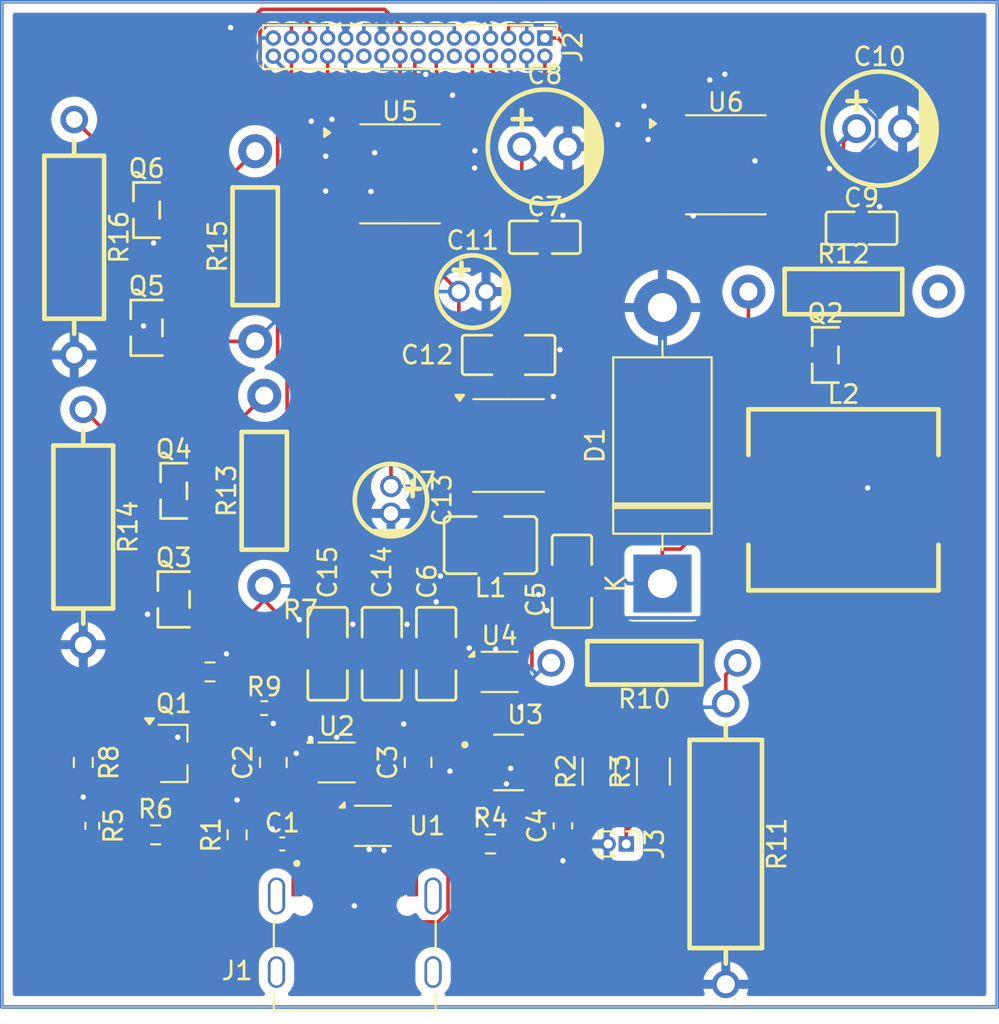
<source format=kicad_pcb>
(kicad_pcb (version 20240108) (generator "pcbnew") (generator_version "8.0")
  (title_block (title "Micromouse Power Board") (rev "v1") (company "University of Cape Town") (comment 1 "Joshua Handyside") (comment 2 "Khaarendiwe Mulaudzi"))
  (layers (0 "F.Cu" signal) (31 "B.Cu" signal) (34 "B.Paste" user) (35 "F.Paste" user) (36 "B.SilkS" user "B.Silkscreen") (37 "F.SilkS" user "F.Silkscreen") (38 "B.Mask" user) (39 "F.Mask" user) (44 "Edge.Cuts" user))
  (net 0 "")
  (net 1 "GND")
  (net 2 "/VBUS")
  (net 3 "/5V")
  (net 5 "/CC2")
  (net 8 "/D-")
  (net 10 "/CC1")
  (net 11 "/D+")
  (net 12 "Net-(Q1-D)")
  (net 13 "Net-(Q1-G)")
  (net 14 "Net-(Q1-S)")
  (net 15 "Net-(U1-VSET)")
  (net 16 "Net-(U3-A1)")
  (net 17 "/Pin 13")
  (net 18 "Net-(U2-CE)")
  (net 19 "/Pin 16")
  (net 20 "/Pin 17")
  (net 21 "/3v3")
  (net 22 "/Pin 26")
  (net 23 "/Pin 8")
  (net 24 "/Pin 25")
  (net 25 "/Pin 31")
  (net 26 "/Pin 5")
  (net 27 "/Pin 4")
  (net 28 "/Pin 24")
  (net 30 "/Pin 7")
  (net 31 "/Pin 10")
  (net 32 "/Pin 1")
  (net 33 "/Pin 6")
  (net 34 "/Pin 2")
  (net 37 "/Pin 30")
  (net 38 "/Pin 32")
  (net 42 "/Pin 3")
  (net 43 "/Pin 27")
  (net 44 "/Pin 29")
  (net 45 "Net-(U4-SW)")
  (net 46 "Net-(Q2-G)")
  (net 47 "/SWITCH_OUT")
  (net 48 "Net-(Q3-D)")
  (net 49 "Net-(Q4-S)")
  (net 50 "Net-(Q5-D)")
  (net 51 "Net-(Q6-S)")
  (net 52 "Net-(U4-FB)")
  (net 53 "GPIO")
  (net 59 "/Pin 28")
  (net 61 "/BAT")
  (footprint "ProLib_pcs_2025-03-26 (21):C0805" (layer "F.Cu") (at 152.5 65)
    (property "Reference" "C7")
    (property "Value" "0.01uF" (hide yes))
  )
  (footprint "Resistor_SMD:R_1206_3216Metric_Pad1.30x1.75mm_HandSolder" (layer "F.Cu") (at 158.5 94.5 90)
    (property "Reference" "R3")
    (property "Value" "100m" (hide yes))
  )
  (footprint "Package_SO:SOIC-8_3.9x4.9mm_P1.27mm" (layer "F.Cu") (at 150.5 76.5)
    (property "Reference" "U7")
    (property "Value" "XL1509-3.3" (hide yes))
  )
  (footprint "ProLib_pcs_2025-03-26 (11):C1206" (layer "F.Cu") (at 143.5 88 90)
    (property "Reference" "C14")
    (property "Value" "22uF" (hide yes))
  )
  (footprint "ProLib_pcs_2025-03-27 (2):SOT-23-3_L2.9-W1.3-P1.90-LS2.4-BR" (layer "F.Cu") (at 132 79)
    (property "Reference" "Q4")
    (property "Value" "PMOS" (hide yes))
  )
  (footprint "ProLib_pcs_2025-03-27 (2):SOT-23-3_L2.9-W1.3-P1.90-LS2.4-BR" (layer "F.Cu") (at 130.5 63.5)
    (property "Reference" "Q6")
    (property "Value" "PMOS" (hide yes))
  )
  (footprint "Package_DFN_QFN:DFN-6-1EP_2x2mm_P0.65mm_EP1x1.6mm" (layer "F.Cu") (at 143 97.5)
    (property "Reference" "U1")
    (property "Value" "DFN-6L-EP(2x2)_USB_PD_ROHS" (hide yes))
  )
  (footprint "Package_DFN_QFN:Texas_RWU0007A_VQFN-7_2x2mm_P0.5mm" (layer "F.Cu") (at 150 89)
    (property "Reference" "U4")
    (property "Value" "TPS61022" (hide yes))
  )
  (footprint "ProLib_pcs_2025-03-27 (3):SOT-23-3_L2.9-W1.6-P1.90-LS2.8-BR" (layer "F.Cu") (at 130.5 70)
    (property "Reference" "Q5")
    (property "Value" "NMOS" (hide yes))
  )
  (footprint "Resistor_SMD:R_1206_3216Metric_Pad1.30x1.75mm_HandSolder" (layer "F.Cu") (at 155.5 94.5 90)
    (property "Reference" "R2")
    (property "Value" "100m" (hide yes))
  )
  (footprint "Connector_PinHeader_1.00mm:PinHeader_1x02_P1.00mm_Vertical" (layer "F.Cu") (at 157 98.5 -90)
    (property "Reference" "J3")
    (property "Value" "Conn_01x02_Pin" (hide yes))
  )
  (footprint "ProLib_pcs_2025-03-26:CAP-TH_BD6.3-P2.50-D1.0-FD" (layer "F.Cu") (at 171 59)
    (property "Reference" "C10")
    (property "Value" "10uF" (hide yes))
  )
  (footprint "ProLib_pcs_2025-03-261:CAP-TH_BD4.0-P1.50-D0.8-FD" (layer "F.Cu") (at 144 79.5 -90)
    (property "Reference" "C13")
    (property "Value" "22uF")
  )
  (footprint "ProLib_pcs_2025-03-26 (11):C1206" (layer "F.Cu") (at 146.5 88 90)
    (property "Reference" "C6")
    (property "Value" "22uF" (hide yes))
  )
  (footprint "Resistor_SMD:R_0603_1608Metric_Pad0.98x0.95mm_HandSolder" (layer "F.Cu") (at 127 94 -90)
    (property "Reference" "R8")
    (property "Value" "5.1k" (hide yes))
  )
  (footprint "TYPE-C_16PIN_2MD__073_:SHOUHAN_TYPE-C_16PIN_2MD__073_" (layer "F.Cu") (at 142 104.5)
    (property "Reference" "J1")
    (property "Value" "USB_C_Receptacle_USB2.0_16P" (hide yes))
  )
  (footprint "Package_TO_SOT_SMD:SOT-23_Handsoldering" (layer "F.Cu") (at 132 93.5)
    (property "Reference" "Q1")
    (property "Value" "NMOS" (hide yes))
  )
  (footprint "ProLib_pcs_2025-03-27 (2):SOT-23-3_L2.9-W1.3-P1.90-LS2.4-BR" (layer "F.Cu") (at 168 71.5)
    (property "Reference" "Q2")
    (property "Value" "PMOS")
  )
  (footprint "ProLib_pcs_2025-03-27:IND-SMD_L3.2-W2.5_L3225" (layer "F.Cu") (at 149.5 82 180)
    (property "Reference" "L1")
    (property "Value" "1uH" (hide yes))
  )
  (footprint "ProLib_pcs_2025-03-26 (4):RES-TH_BD4.0-L11.5-P15.50-D0.7" (layer "F.Cu") (at 162.5 98.5 -90)
    (property "Reference" "R11")
    (property "Value" "100k" (hide yes))
  )
  (footprint "Resistor_SMD:R_0603_1608Metric_Pad0.98x0.95mm_HandSolder" (layer "F.Cu") (at 134 89)
    (property "Reference" "R7")
    (property "Value" "2.4k" (hide yes))
  )
  (footprint "Resistor_SMD:R_0603_1608Metric_Pad0.98x0.95mm_HandSolder" (layer "F.Cu") (at 135.5 98 90)
    (property "Reference" "R1")
    (property "Value" "75k" (hide yes))
  )
  (footprint "Connector_PinHeader_1.00mm:PinHeader_2x16_P1.00mm_Vertical" (layer "F.Cu") (at 152.5 54 -90)
    (property "Reference" "J2")
    (property "Value" "Conn_02x16_Odd_Even" (hide yes))
  )
  (footprint "INA219AIDCNR:SOT65P280X145-8N" (layer "F.Cu") (at 150.5 94)
    (property "Reference" "U3")
    (property "Value" "INA219AxD" (hide yes))
  )
  (footprint "ProLib_pcs_2025-03-26 (11):C1206" (layer "F.Cu") (at 154 84 -90)
    (property "Reference" "C5")
    (property "Value" "10uF" (hide yes))
  )
  (footprint "Capacitor_SMD:C_0805_2012Metric_Pad1.18x1.45mm_HandSolder" (layer "F.Cu") (at 145.5 94 90)
    (property "Reference" "C3")
    (property "Value" "10uF" (hide yes))
  )
  (footprint "Capacitor_SMD:C_0603_1608Metric_Pad1.08x0.95mm_HandSolder" (layer "F.Cu") (at 153.5 97.5 90)
    (property "Reference" "C4")
    (property "Value" "100n" (hide yes))
  )
  (footprint "ProLib_pcs_2025-03-27 (3):SOT-23-3_L2.9-W1.6-P1.90-LS2.8-BR" (layer "F.Cu") (at 132 85)
    (property "Reference" "Q3")
    (property "Value" "NMOS" (hide yes))
  )
  (footprint "ProLib_pcs_2025-03-261:CAP-TH_BD4.0-P1.50-D0.8-FD" (layer "F.Cu") (at 148.5 68)
    (property "Reference" "C11")
    (property "Value" "22uF" (hide yes))
  )
  (footprint "Resistor_SMD:R_0402_1005Metric_Pad0.72x0.64mm_HandSolder" (layer "F.Cu") (at 127.5 97.5 -90)
    (property "Reference" "R5")
    (property "Value" "100k" (hide yes))
  )
  (footprint "Capacitor_SMD:C_0402_1005Metric_Pad0.74x0.62mm_HandSolder" (layer "F.Cu") (at 138 98.5)
    (property "Reference" "C1")
    (property "Value" "1uF" (hide yes))
  )
  (footprint "ProLib_pcs_2025-03-26 (5):RES-TH_BD3.3-L9.0-P13.00-D0.6" (layer "F.Cu") (at 127 81 -90)
    (property "Reference" "R14")
    (property "Value" "100" (hide yes))
  )
  (footprint "Package_SO:TSSOP-16_4.4x5mm_P0.65mm" (layer "F.Cu") (at 144.5 61.5)
    (property "Reference" "U5")
    (property "Value" "DRV8833PW" (hide yes))
  )
  (footprint "Package_SO:TSSOP-16_4.4x5mm_P0.65mm" (layer "F.Cu") (at 162.5 61)
    (property "Reference" "U6")
    (property "Value" "DRV8833PW" (hide yes))
  )
  (footprint "ProLib_pcs_2025-03-26 (11):C1206" (layer "F.Cu") (at 150.5 71.5)
    (property "Reference" "C12")
    (property "Value" "0.1uF" (hide yes))
  )
  (footprint "ProLib_pcs_2025-03-26 (3):RES-TH_BD2.5-L6.5-P10.50-D0.6" (layer "F.Cu") (at 169 68)
    (property "Reference" "R12")
    (property "Value" "10k")
  )
  (footprint "Resistor_SMD:R_0402_1005Metric_Pad0.72x0.64mm_HandSolder" (layer "F.Cu") (at 137 91)
    (property "Reference" "R9")
    (property "Value" "100k" (hide yes))
  )
  (footprint "ProLib_pcs_2025-03-27 (1):IND-SMD_L10.5-W10.0" (layer "F.Cu") (at 169 79.5)
    (property "Reference" "L2")
    (property "Value" "47uH" (hide yes))
  )
  (footprint "ProLib_pcs_2025-03-26 (5):RES-TH_BD3.3-L9.0-P13.00-D0.6" (layer "F.Cu") (at 126.5 65 -90)
    (property "Reference" "R16")
    (property "Value" "100" (hide yes))
  )
  (footprint "ProLib_pcs_2025-03-26:CAP-TH_BD6.3-P2.50-D1.0-FD" (layer "F.Cu") (at 152.5 60)
    (property "Reference" "C8")
    (property "Value" "10uF" (hide yes))
  )
  (footprint "Capacitor_SMD:C_0805_2012Metric_Pad1.18x1.45mm_HandSolder" (layer "F.Cu") (at 137.5 94 90)
    (property "Reference" "C2")
    (property "Value" "10uF" (hide yes))
  )
  (footprint "ProLib_pcs_2025-03-26 (6):RES-TH_BD2.4-L6.3-P10.30-D0.6" (layer "F.Cu") (at 158 88.5)
    (property "Reference" "R10")
    (property "Value" "750k" (hide yes))
  )
  (footprint "ProLib_pcs_2025-03-26 (21):C0805" (layer "F.Cu") (at 170 64.5)
    (property "Reference" "C9")
    (property "Value" "0.01uF" (hide yes))
  )
  (footprint "Resistor_SMD:R_0603_1608Metric_Pad0.98x0.95mm_HandSolder" (layer "F.Cu") (at 149.5 98.5)
    (property "Reference" "R4")
    (property "Value" "3.3k" (hide yes))
  )
  (footprint "Package_DFN_QFN:DFN-8-1EP_2x2mm_P0.5mm_EP1.05x1.75mm" (layer "F.Cu") (at 141 94)
    (property "Reference" "U2")
    (property "Value" "DFN-8-EP(2x2) Battery Management ROHS" (hide yes))
  )
  (footprint "ProLib_pcs_2025-03-26 (3):RES-TH_BD2.5-L6.5-P10.50-D0.6" (layer "F.Cu") (at 136.5 65.5 90)
    (property "Reference" "R15")
    (property "Value" "10k" (hide yes))
  )
  (footprint "ProLib_pcs_2025-03-26 (3):RES-TH_BD2.5-L6.5-P10.50-D0.6" (layer "F.Cu") (at 137 79 90)
    (property "Reference" "R13")
    (property "Value" "10k" (hide yes))
  )
  (footprint "Resistor_SMD:R_0603_1608Metric_Pad0.98x0.95mm_HandSolder" (layer "F.Cu") (at 131 98)
    (property "Reference" "R6")
    (property "Value" "10k" (hide yes))
  )
  (footprint "Diode_THT:D_DO-201AD_P15.24mm_Horizontal" (layer "F.Cu") (at 159 84.12 90)
    (property "Reference" "D1")
    (property "Value" "1N5820" (hide yes))
  )
  (footprint "ProLib_pcs_2025-03-26 (11):C1206" (layer "F.Cu") (at 140.5 88 90)
    (property "Reference" "C15")
    (property "Value" "22uF" (hide yes))
  )
  (gr_rect (start 122.5 52) (end 177.5 107.5) (stroke (width 0.2)) (fill none) (layer "B.Cu") (net 53))
  (gr_rect (start 122.5 52) (end 177.5 107.5) (stroke (width 0.05)) (fill none) (layer "Edge.Cuts"))
  (segment (start 141 93.75) (end 141 92.6061) (width 0.2) (layer "F.Cu") (net 1))
  (segment (start 134.9125 89) (end 134.9125 88.0048) (width 0.2) (layer "F.Cu") (net 1))
  (segment (start 149.245 93.675) (end 149.9644 93.675) (width 0.2) (layer "F.Cu") (net 1))
  (segment (start 153.1367 71.415) (end 153.1367 71.5) (width 0.2) (layer "F.Cu") (net 1))
  (segment (start 150.6161 88.75) (end 150.975 88.75) (width 0.2) (layer "F.Cu") (net 1))
  (segment (start 152.975 75.865) (end 152.975 74.595) (width 0.2) (layer "F.Cu") (net 1))
  (segment (start 153.338 71.2137) (end 153.1367 71.415) (width 0.2) (layer "F.Cu") (net 1))
  (segment (start 146.5 86.4075) (end 146.5 85.1358) (width 0.2) (layer "F.Cu") (net 1))
  (segment (start 144.7013 86.3719) (end 144.6657 86.4075) (width 0.2) (layer "F.Cu") (net 1))
  (segment (start 153.5 63.7961) (end 153.5 65) (width 0.2) (layer "F.Cu") (net 1))
  (segment (start 130.765 85.6017) (end 130.5505 85.8162) (width 0.2) (layer "F.Cu") (net 1))
  (segment (start 171 63.3112) (end 171 64.5) (width 0.2) (layer "F.Cu") (net 1))
  (segment (start 144.888 86.3719) (end 144.7013 86.3719) (width 0.2) (layer "F.Cu") (net 1))
  (segment (start 152.975 73.7919) (end 152.975 74.595) (width 0.2) (layer "F.Cu") (net 1))
  (segment (start 130.2038 69.8979) (end 130.3293 69.8979) (width 0.2) (layer "F.Cu") (net 1))
  (segment (start 149.8456 87.9794) (end 149.375 88.45) (width 0.2) (layer "F.Cu") (net 1))
  (segment (start 142.8961 62.475) (end 141.6375 62.475) (width 0.2) (layer "F.Cu") (net 1))
  (segment (start 149.7817 87.7364) (end 149.7817 87.9156) (width 0.2) (layer "F.Cu") (net 1))
  (segment (start 141 94) (end 141 93.75) (width 0.2) (layer "F.Cu") (net 1))
  (segment (start 160.2938 60.025) (end 159.6375 60.025) (width 0.2) (layer "F.Cu") (net 1))
  (segment (start 130.765 85) (end 130.765 85.6017) (width 0.2) (layer "F.Cu") (net 1))
  (segment (start 141.9 94.25) (end 142.4517 94.25) (width 0.2) (layer "F.Cu") (net 1))
  (segment (start 142.4517 94.25) (end 142.4517 93.75) (width 0.2) (layer "F.Cu") (net 1))
  (segment (start 141.6657 86.4075) (end 141.7029 86.3703) (width 0.2) (layer "F.Cu") (net 1))
  (segment (start 152.8343 85.5925) (end 152.8122 85.6146) (width 0.2) (layer "F.Cu") (net 1))
  (segment (start 165.3625 60.675) (end 165.2558 60.7817) (width 0.2) (layer "F.Cu") (net 1))
  (segment (start 140.75 94.25) (end 140.1 94.25) (width 0.2) (layer "F.Cu") (net 1))
  (segment (start 130.1017 70) (end 130.2038 69.8979) (width 0.2) (layer "F.Cu") (net 1))
  (segment (start 127 94.9125) (end 127.5 95.4125) (width 0.2) (layer "F.Cu") (net 1))
  (segment (start 127.5 95.4125) (end 127.5 96.9025) (width 0.2) (layer "F.Cu") (net 1))
  (segment (start 145.5 92.6695) (end 144.7048 91.8743) (width 0.2) (layer "F.Cu") (net 1))
  (segment (start 141.6375 60.525) (end 140.397 60.525) (width 0.2) (layer "F.Cu") (net 1))
  (segment (start 143.5 86.4075) (end 144.6657 86.4075) (width 0.2) (layer "F.Cu") (net 1))
  (segment (start 137.4325 97.6659) (end 137.4325 98.5) (width 0.2) (layer "F.Cu") (net 1))
  (segment (start 152.8122 85.6146) (end 152.6191 85.6146) (width 0.2) (layer "F.Cu") (net 1))
  (segment (start 165.2558 60.7817) (end 164.1125 60.7817) (width 0.2) (layer "F.Cu") (net 1))
  (segment (start 143 98.6017) (end 142.7992 98.8025) (width 0.2) (layer "F.Cu") (net 1))
  (segment (start 147.3625 61.175) (end 148.6196 61.175) (width 0.2) (layer "F.Cu") (net 1))
  (segment (start 154 85.5925) (end 152.8343 85.5925) (width 0.2) (layer "F.Cu") (net 1))
  (segment (start 141.7029 86.3703) (end 141.888 86.3703) (width 0.2) (layer "F.Cu") (net 1))
  (segment (start 160.6981 60.4293) (end 160.2938 60.025) (width 0.2) (layer "F.Cu") (net 1))
  (segment (start 153.5 99.4266) (end 153.5 98.3625) (width 0.2) (layer "F.Cu") (net 1))
  (segment (start 127 95.911) (end 127 94.9125) (width 0.2) (layer "F.Cu") (net 1))
  (segment (start 152.975 78.405) (end 152.975 77.135) (width 0.2) (layer "F.Cu") (net 1))
  (segment (start 140.5 86.4075) (end 141.6657 86.4075) (width 0.2) (layer "F.Cu") (net 1))
  (segment (start 149.8456 87.9794) (end 150.6161 88.75) (width 0.2) (layer "F.Cu") (net 1))
  (segment (start 152.975 77.135) (end 152.975 75.865) (width 0.2) (layer "F.Cu") (net 1))
  (segment (start 145.5 92.9625) (end 145.5 92.6695) (width 0.2) (layer "F.Cu") (net 1))
  (segment (start 140.1 93.25) (end 139.5483 93.25) (width 0.2) (layer "F.Cu") (net 1))
  (segment (start 152.0925 71.5) (end 153.1367 71.5) (width 0.2) (layer "F.Cu") (net 1))
  (segment (start 129.265 70) (end 130.1017 70) (width 0.2) (layer "F.Cu") (net 1))
  (segment (start 160.6981 61.975) (end 160.6981 60.4293) (width 0.2) (layer "F.Cu") (net 1))
  (segment (start 151.755 94.325) (end 150.6144 94.325) (width 0.2) (layer "F.Cu") (net 1))
  (segment (start 137.5 92.9625) (end 137.5 91.8473) (width 0.2) (layer "F.Cu") (net 1))
  (segment (start 160.6981 61.975) (end 159.6375 61.975) (width 0.2) (layer "F.Cu") (net 1))
  (segment (start 141.9 93.75) (end 142.4517 93.75) (width 0.2) (layer "F.Cu") (net 1))
  (segment (start 149.7817 87.9156) (end 149.8456 87.9794) (width 0.2) (layer "F.Cu") (net 1))
  (segment (start 141 93.75) (end 141.9 93.75) (width 0.2) (layer "F.Cu") (net 1))
  (segment (start 135.5 96.0727) (end 135.5 97.0875) (width 0.2) (layer "F.Cu") (net 1))
  (segment (start 149.9644 93.675) (end 150.6144 94.325) (width 0.2) (layer "F.Cu") (net 1))
  (segment (start 139.5483 92.6734) (end 139.5483 93.25) (width 0.2) (layer "F.Cu") (net 1))
  (segment (start 160.6981 63.8203) (end 160.6981 61.975) (width 0.2) (layer "F.Cu") (net 1))
  (segment (start 143 97.5) (end 143 98.6017) (width 0.2) (layer "F.Cu") (net 1))
  (segment (start 141 94) (end 140.75 94.25) (width 0.2) (layer "F.Cu") (net 1))
  (via (at 160.6981 63.8203) (size 0.6) (drill 0.3) (layers "F.Cu" "B.Cu") (net 1))
  (via (at 141.888 86.3703) (size 0.6) (drill 0.3) (layers "F.Cu" "B.Cu") (net 1))
  (via (at 130.5505 85.8162) (size 0.6) (drill 0.3) (layers "F.Cu" "B.Cu") (net 1))
  (via (at 139.5483 92.6734) (size 0.6) (drill 0.3) (layers "F.Cu" "B.Cu") (net 1))
  (via (at 130.3293 69.8979) (size 0.6) (drill 0.3) (layers "F.Cu" "B.Cu") (net 1))
  (via (at 153.5 63.7961) (size 0.6) (drill 0.3) (layers "F.Cu" "B.Cu") (net 1))
  (via (at 127 95.911) (size 0.6) (drill 0.3) (layers "F.Cu" "B.Cu") (net 1))
  (via (at 134.9125 88.0048) (size 0.6) (drill 0.3) (layers "F.Cu" "B.Cu") (net 1))
  (via (at 144.888 86.3719) (size 0.6) (drill 0.3) (layers "F.Cu" "B.Cu") (net 1))
  (via (at 171 63.3112) (size 0.6) (drill 0.3) (layers "F.Cu" "B.Cu") (net 1))
  (via (at 141 92.6061) (size 0.6) (drill 0.3) (layers "F.Cu" "B.Cu") (net 1))
  (via (at 150.6144 94.325) (size 0.6) (drill 0.3) (layers "F.Cu" "B.Cu") (net 1))
  (via (at 153.338 71.2137) (size 0.6) (drill 0.3) (layers "F.Cu" "B.Cu") (net 1))
  (via (at 152.975 73.7919) (size 0.6) (drill 0.3) (layers "F.Cu" "B.Cu") (net 1))
  (via (at 137.5 91.8473) (size 0.6) (drill 0.3) (layers "F.Cu" "B.Cu") (net 1))
  (via (at 152.6191 85.6146) (size 0.6) (drill 0.3) (layers "F.Cu" "B.Cu") (net 1))
  (via (at 146.5 85.1358) (size 0.6) (drill 0.3) (layers "F.Cu" "B.Cu") (net 1))
  (via (at 142.7992 98.8025) (size 0.6) (drill 0.3) (layers "F.Cu" "B.Cu") (net 1))
  (via (at 153.5 99.4266) (size 0.6) (drill 0.3) (layers "F.Cu" "B.Cu") (net 1))
  (via (at 142.8961 62.475) (size 0.6) (drill 0.3) (layers "F.Cu" "B.Cu") (net 1))
  (via (at 144.7048 91.8743) (size 0.6) (drill 0.3) (layers "F.Cu" "B.Cu") (net 1))
  (via (at 135.5 96.0727) (size 0.6) (drill 0.3) (layers "F.Cu" "B.Cu") (net 1))
  (via (at 149.7817 87.7364) (size 0.6) (drill 0.3) (layers "F.Cu" "B.Cu") (net 1))
  (via (at 140.397 60.525) (size 0.6) (drill 0.3) (layers "F.Cu" "B.Cu") (net 1))
  (via (at 137.4325 97.6659) (size 0.6) (drill 0.3) (layers "F.Cu" "B.Cu") (net 1))
  (via (at 164.1125 60.7817) (size 0.6) (drill 0.3) (layers "F.Cu" "B.Cu") (net 1))
  (via (at 148.6196 61.175) (size 0.6) (drill 0.3) (layers "F.Cu" "B.Cu") (net 1))
  (segment (start 139.8242 94.75) (end 141.0298 95.9556) (width 0.2) (layer "F.Cu") (net 2))
  (segment (start 139.5483 94.75) (end 138.3804 95.9179) (width 0.2) (layer "F.Cu") (net 2))
  (segment (start 146.1976 95.9556) (end 141.3233 95.9556) (width 0.2) (layer "F.Cu") (net 2))
  (segment (start 155.5 92.95) (end 151.83 92.95) (width 0.2) (layer "F.Cu") (net 2))
  (segment (start 146.6566 94.2301) (end 146.6566 95.4966) (width 0.2) (layer "F.Cu") (net 2))
  (segment (start 138.5675 96.105) (end 138.3804 95.9179) (width 0.2) (layer "F.Cu") (net 2))
  (segment (start 151.755 93.025) (end 151.2028 92.4728) (width 0.2) (layer "F.Cu") (net 2))
  (segment (start 138.3804 95.9179) (end 137.5 95.0375) (width 0.2) (layer "F.Cu") (net 2))
  (segment (start 138.5675 98.5) (end 138.5675 96.105) (width 0.2) (layer "F.Cu") (net 2))
  (segment (start 146.6566 95.4966) (end 146.1976 95.9556) (width 0.2) (layer "F.Cu") (net 2))
  (segment (start 158.5 92.95) (end 155.5 92.95) (width 0.2) (layer "F.Cu") (net 2))
  (segment (start 141.3233 95.9556) (end 141.3233 97.5) (width 0.2) (layer "F.Cu") (net 2))
  (segment (start 141.95 97.5) (end 141.3233 97.5) (width 0.2) (layer "F.Cu") (net 2))
  (segment (start 148.4139 92.4728) (end 146.6566 94.2301) (width 0.2) (layer "F.Cu") (net 2))
  (segment (start 151.2028 92.4728) (end 148.4139 92.4728) (width 0.2) (layer "F.Cu") (net 2))
  (segment (start 136.4025 93.94) (end 137.5 95.0375) (width 0.2) (layer "F.Cu") (net 2))
  (segment (start 139.8242 94.75) (end 139.5483 94.75) (width 0.2) (layer "F.Cu") (net 2))
  (segment (start 141.0298 95.9556) (end 141.3233 95.9556) (width 0.2) (layer "F.Cu") (net 2))
  (segment (start 151.83 92.95) (end 151.755 93.025) (width 0.2) (layer "F.Cu") (net 2))
  (segment (start 136.4025 91) (end 136.4025 93.94) (width 0.2) (layer "F.Cu") (net 2))
  (segment (start 140.1 94.75) (end 139.8242 94.75) (width 0.2) (layer "F.Cu") (net 2))
  (segment (start 140.5 89.0704) (end 140.5 88.5483) (width 0.2) (layer "F.Cu") (net 3))
  (segment (start 132.0683 72.8018) (end 134.1201 70.75) (width 0.2) (layer "F.Cu") (net 3))
  (segment (start 132.3631 86.9776) (end 135.0707 86.9776) (width 0.2) (layer "F.Cu") (net 3))
  (segment (start 148.9075 71.5) (end 148.9075 73.7125) (width 0.2) (layer "F.Cu") (net 3))
  (segment (start 147.0829 89.5925) (end 147.6657 89.5925) (width 0.2) (layer "F.Cu") (net 3))
  (segment (start 137 85.0483) (end 140.5 88.5483) (width 0.2) (layer "F.Cu") (net 3))
  (segment (start 143.5 89.5925) (end 142.3343 89.5925) (width 0.2) (layer "F.Cu") (net 3))
  (segment (start 137 84.25) (end 137 85.0483) (width 0.2) (layer "F.Cu") (net 3))
  (segment (start 151.8375 94.975) (end 153.5 96.6375) (width 0.2) (layer "F.Cu") (net 3))
  (segment (start 140.5 89.5925) (end 140.5 89.0704) (width 0.2) (layer "F.Cu") (net 3))
  (segment (start 134.1201 70.75) (end 134.1201 67.7218) (width 0.2) (layer "F.Cu") (net 3))
  (segment (start 132.0683 78.5295) (end 132.0683 72.8018) (width 0.2) (layer "F.Cu") (net 3))
  (segment (start 147.75 68) (end 147.75 71.3867) (width 0.2) (layer "F.Cu") (net 3))
  (segment (start 134.1201 70.75) (end 136.5 70.75) (width 0.2) (layer "F.Cu") (net 3))
  (segment (start 133 79.2983) (end 132.8371 79.2983) (width 0.2) (layer "F.Cu") (net 3))
  (segment (start 147.7082 89.55) (end 147.6657 89.5925) (width 0.2) (layer "F.Cu") (net 3))
  (segment (start 145.9022 56.0254) (end 145.9022 66.1522) (width 0.2) (layer "F.Cu") (net 3))
  (segment (start 145.9234 56.0042) (end 145.9022 56.0254) (width 0.2) (layer "F.Cu") (net 3))
  (segment (start 149.375 89.55) (end 147.7082 89.55) (width 0.2) (layer "F.Cu") (net 3))
  (segment (start 151.755 94.975) (end 151.5128 95.2172) (width 0.2) (layer "F.Cu") (net 3))
  (segment (start 135.0707 86.9776) (end 137 85.0483) (width 0.2) (layer "F.Cu") (net 3))
  (segment (start 148.9075 71.5) (end 147.8633 71.5) (width 0.2) (layer "F.Cu") (net 3))
  (segment (start 150.4125 95.2172) (end 150.4125 98.5) (width 0.2) (layer "F.Cu") (net 3))
  (segment (start 147.0829 89.5925) (end 146.5 89.5925) (width 0.2) (layer "F.Cu") (net 3))
  (segment (start 132.8371 79.2983) (end 132.0683 78.5295) (width 0.2) (layer "F.Cu") (net 3))
  (segment (start 133 80.6017) (end 131.9936 81.6081) (width 0.2) (layer "F.Cu") (net 3))
  (segment (start 147.75 71.3867) (end 147.8633 71.5) (width 0.2) (layer "F.Cu") (net 3))
  (segment (start 150.3787 95.1834) (end 150.4125 95.2172) (width 0.2) (layer "F.Cu") (net 3))
  (segment (start 131.9936 86.6081) (end 132.3631 86.9776) (width 0.2) (layer "F.Cu") (net 3))
  (segment (start 133 79.95) (end 133 79.2983) (width 0.2) (layer "F.Cu") (net 3))
  (segment (start 140.5 89.0704) (end 141.8122 89.0704) (width 0.2) (layer "F.Cu") (net 3))
  (segment (start 151.5128 95.2172) (end 150.4125 95.2172) (width 0.2) (layer "F.Cu") (net 3))
  (segment (start 141.8122 89.0704) (end 142.3343 89.5925) (width 0.2) (layer "F.Cu") (net 3))
  (segment (start 131.9936 81.6081) (end 131.9936 86.6081) (width 0.2) (layer "F.Cu") (net 3))
  (segment (start 146.5 89.5925) (end 143.5 89.5925) (width 0.2) (layer "F.Cu") (net 3))
  (segment (start 148.9075 73.7125) (end 148.025 74.595) (width 0.2) (layer "F.Cu") (net 3))
  (segment (start 151.755 94.975) (end 151.8375 94.975) (width 0.2) (layer "F.Cu") (net 3))
  (segment (start 131.5 64.45) (end 131.5 65.1017) (width 0.2) (layer "F.Cu") (net 3))
  (segment (start 134.1201 67.7218) (end 131.5 65.1017) (width 0.2) (layer "F.Cu") (net 3))
  (segment (start 133 79.95) (end 133 80.6017) (width 0.2) (layer "F.Cu") (net 3))
  (segment (start 145.9022 66.1522) (end 147.75 68) (width 0.2) (layer "F.Cu") (net 3))
  (via (at 150.3787 95.1834) (size 0.6) (drill 0.3) (layers "F.Cu" "B.Cu") (net 3))
  (via (at 145.9234 56.0042) (size 0.6) (drill 0.3) (layers "F.Cu" "B.Cu") (net 3))
  (segment (start 136.5 70.75) (end 139.25 68) (width 0.2) (layer "B.Cu") (net 3))
  (segment (start 152.0506 89.13) (end 150.0126 91.168) (width 0.2) (layer "B.Cu") (net 3))
  (segment (start 146.481 84.309) (end 147.2295 84.309) (width 0.2) (layer "B.Cu") (net 3))
  (segment (start 143.5 55) (end 143.5 55.7267) (width 0.2) (layer "B.Cu") (net 3))
  (segment (start 146.422 84.25) (end 146.481 84.309) (width 0.2) (layer "B.Cu") (net 3))
  (segment (start 147.5 53.2748) (end 147.5 53.2733) (width 0.2) (layer "B.Cu") (net 3))
  (segment (start 145.6459 55.7267) (end 145.9234 56.0042) (width 0.2) (layer "B.Cu") (net 3))
  (segment (start 152.6806 88.5) (end 152.0506 89.13) (width 0.2) (layer "B.Cu") (net 3))
  (segment (start 142.5 53.2733) (end 147.5 53.2733) (width 0.2) (layer "B.Cu") (net 3))
  (segment (start 137 84.25) (end 146.422 84.25) (width 0.2) (layer "B.Cu") (net 3))
  (segment (start 147.2295 84.309) (end 152.0506 89.13) (width 0.2) (layer "B.Cu") (net 3))
  (segment (start 150.0126 94.8173) (end 150.3787 95.1834) (width 0.2) (layer "B.Cu") (net 3))
  (segment (start 142.5 54) (end 142.5 53.2733) (width 0.2) (layer "B.Cu") (net 3))
  (segment (start 143.5 55.7267) (end 145.6459 55.7267) (width 0.2) (layer "B.Cu") (net 3))
  (segment (start 139.25 68) (end 147.75 68) (width 0.2) (layer "B.Cu") (net 3))
  (segment (start 147.5 53.4245) (end 147.5 53.2748) (width 0.2) (layer "B.Cu") (net 3))
  (segment (start 150.0126 91.168) (end 150.0126 94.8173) (width 0.2) (layer "B.Cu") (net 3))
  (segment (start 147.5 54) (end 147.5 53.4245) (width 0.2) (layer "B.Cu") (net 3))
  (segment (start 152.85 88.5) (end 152.6806 88.5) (width 0.2) (layer "B.Cu") (net 3))
  (segment (start 143.75 100.1783) (end 145.106 98.8223) (width 0.2) (layer "F.Cu") (net 5))
  (segment (start 145.106 98.8223) (end 145.106 97.2793) (width 0.2) (layer "F.Cu") (net 5))
  (segment (start 145.106 97.2793) (end 144.6767 96.85) (width 0.2) (layer "F.Cu") (net 5))
  (segment (start 143.75 100.825) (end 143.75 100.1783) (width 0.2) (layer "F.Cu") (net 5))
  (segment (start 144.05 96.85) (end 144.6767 96.85) (width 0.2) (layer "F.Cu") (net 5))
  (segment (start 142.25 100.825) (end 142.25 99.9533) (width 0.2) (layer "F.Cu") (net 8))
  (segment (start 144.6767 98.646) (end 144.6767 97.5) (width 0.2) (layer "F.Cu") (net 8))
  (segment (start 142.25 99.9533) (end 143.3694 99.9533) (width 0.2) (layer "F.Cu") (net 8))
  (segment (start 143.3694 99.9533) (end 144.6767 98.646) (width 0.2) (layer "F.Cu") (net 8))
  (segment (start 144.05 97.5) (end 144.6767 97.5) (width 0.2) (layer "F.Cu") (net 8))
  (segment (start 141.8589 102.8056) (end 146.6078 102.8056) (width 0.2) (layer "F.Cu") (net 10))
  (segment (start 141.95 96.7373) (end 141.95 96.85) (width 0.2) (layer "F.Cu") (net 10))
  (segment (start 145.7667 97.325) (end 144.815 96.3733) (width 0.2) (layer "F.Cu") (net 10))
  (segment (start 140.75 101.6967) (end 141.8589 102.8056) (width 0.2) (layer "F.Cu") (net 10))
  (segment (start 144.815 96.3733) (end 142.314 96.3733) (width 0.2) (layer "F.Cu") (net 10))
  (segment (start 140.75 100.825) (end 140.75 101.6967) (width 0.2) (layer "F.Cu") (net 10))
  (segment (start 147.1558 100.2525) (end 145.7667 98.8634) (width 0.2) (layer "F.Cu") (net 10))
  (segment (start 142.314 96.3733) (end 141.95 96.7373) (width 0.2) (layer "F.Cu") (net 10))
  (segment (start 146.6078 102.8056) (end 147.1558 102.2576) (width 0.2) (layer "F.Cu") (net 10))
  (segment (start 147.1558 102.2576) (end 147.1558 100.2525) (width 0.2) (layer "F.Cu") (net 10))
  (segment (start 145.7667 98.8634) (end 145.7667 97.325) (width 0.2) (layer "F.Cu") (net 10))
  (segment (start 143.618 98.8538) (end 144.05 98.4218) (width 0.2) (layer "F.Cu") (net 11))
  (segment (start 141.7575 101.6967) (end 141.9779 101.9171) (width 0.2) (layer "F.Cu") (net 11))
  (segment (start 141.75 101.6967) (end 141.7575 101.6967) (width 0.2) (layer "F.Cu") (net 11))
  (segment (start 144.05 98.4218) (end 144.05 98.15) (width 0.2) (layer "F.Cu") (net 11))
  (segment (start 141.75 100.825) (end 141.75 101.6967) (width 0.2) (layer "F.Cu") (net 11))
  (via (at 143.618 98.8538) (size 0.6) (drill 0.3) (layers "F.Cu" "B.Cu") (net 11))
  (via (at 141.9779 101.9171) (size 0.6) (drill 0.3) (layers "F.Cu" "B.Cu") (net 11))
  (segment (start 141.9779 100.4939) (end 143.618 98.8538) (width 0.2) (layer "B.Cu") (net 11))
  (segment (start 141.9779 101.9171) (end 141.9779 100.4939) (width 0.2) (layer "B.Cu") (net 11))
  (segment (start 140.1 93.75) (end 139.0241 93.75) (width 0.2) (layer "F.Cu") (net 12))
  (segment (start 127 93.0875) (end 127.5375 92.55) (width 0.2) (layer "F.Cu") (net 12))
  (segment (start 127.5375 92.55) (end 130.5 92.55) (width 0.2) (layer "F.Cu") (net 12))
  (segment (start 130.5544 92.6044) (end 130.5 92.55) (width 0.2) (layer "F.Cu") (net 12))
  (segment (start 132.2192 92.6044) (end 130.5544 92.6044) (width 0.2) (layer "F.Cu") (net 12))
  (segment (start 139.0241 93.75) (end 138.7699 93.4958) (width 0.2) (layer "F.Cu") (net 12))
  (via (at 132.2192 92.6044) (size 0.6) (drill 0.3) (layers "F.Cu" "B.Cu") (net 12))
  (via (at 138.7699 93.4958) (size 0.6) (drill 0.3) (layers "F.Cu" "B.Cu") (net 12))
  (segment (start 138.7699 93.4958) (end 133.1106 93.4958) (width 0.2) (layer "B.Cu") (net 12))
  (segment (start 133.1106 93.4958) (end 132.2192 92.6044) (width 0.2) (layer "B.Cu") (net 12))
  (segment (start 131.9125 95.8625) (end 130.5 94.45) (width 0.2) (layer "F.Cu") (net 13))
  (segment (start 131.9125 98) (end 131.9125 95.8625) (width 0.2) (layer "F.Cu") (net 13))
  (segment (start 133.0875 93.0875) (end 133.5 93.5) (width 0.2) (layer "F.Cu") (net 14))
  (segment (start 133.0875 89) (end 133.0875 93.0875) (width 0.2) (layer "F.Cu") (net 14))
  (segment (start 135.7073 99.1198) (end 135.5 98.9125) (width 0.2) (layer "F.Cu") (net 15))
  (segment (start 141.3233 98.15) (end 140.3535 99.1198) (width 0.2) (layer "F.Cu") (net 15))
  (segment (start 141.95 98.15) (end 141.3233 98.15) (width 0.2) (layer "F.Cu") (net 15))
  (segment (start 140.3535 99.1198) (end 135.7073 99.1198) (width 0.2) (layer "F.Cu") (net 15))
  (segment (start 147.8601 93.7631) (end 147.8601 97.7726) (width 0.2) (layer "F.Cu") (net 16))
  (segment (start 147.8601 97.7726) (end 148.5875 98.5) (width 0.2) (layer "F.Cu") (net 16))
  (segment (start 148.5982 93.025) (end 147.8601 93.7631) (width 0.2) (layer "F.Cu") (net 16))
  (segment (start 149.245 93.025) (end 148.5982 93.025) (width 0.2) (layer "F.Cu") (net 16))
  (segment (start 129.99 98.0975) (end 130.0875 98) (width 0.2) (layer "F.Cu") (net 17))
  (segment (start 127.5 98.0975) (end 129.99 98.0975) (width 0.2) (layer "F.Cu") (net 17))
  (segment (start 140.2466 91) (end 137.5975 91) (width 0.2) (layer "F.Cu") (net 18))
  (segment (start 141.9 92.6534) (end 140.2466 91) (width 0.2) (layer "F.Cu") (net 18))
  (segment (start 141.9 93.25) (end 141.9 92.6534) (width 0.2) (layer "F.Cu") (net 18))
  (segment (start 149.0333 75.23) (end 149.3215 75.5182) (width 0.2) (layer "F.Cu") (net 19))
  (segment (start 149.4533 95.1833) (end 149.245 94.975) (width 0.2) (layer "F.Cu") (net 19))
  (segment (start 148.1123 99.2841) (end 149.0701 99.2841) (width 0.2) (layer "F.Cu") (net 19))
  (segment (start 149.3215 75.5182) (end 149.3215 86.6882) (width 0.2) (layer "F.Cu") (net 19))
  (segment (start 149.0701 99.2841) (end 149.4533 98.9009) (width 0.2) (layer "F.Cu") (net 19))
  (segment (start 147.0347 75.23) (end 149.0333 75.23) (width 0.2) (layer "F.Cu") (net 19))
  (segment (start 145.5 55) (end 145.3217 55.1783) (width 0.2) (layer "F.Cu") (net 19))
  (segment (start 145.3217 55.1783) (end 145.3217 73.517) (width 0.2) (layer "F.Cu") (net 19))
  (segment (start 149.4533 98.9009) (end 149.4533 95.1833) (width 0.2) (layer "F.Cu") (net 19))
  (segment (start 147.2583 94.4792) (end 147.2583 98.4301) (width 0.2) (layer "F.Cu") (net 19))
  (segment (start 149.3215 86.6882) (end 148.3255 87.6842) (width 0.2) (layer "F.Cu") (net 19))
  (segment (start 147.2583 98.4301) (end 148.1123 99.2841) (width 0.2) (layer "F.Cu") (net 19))
  (segment (start 145.3217 73.517) (end 147.0347 75.23) (width 0.2) (layer "F.Cu") (net 19))
  (via (at 148.3255 87.6842) (size 0.6) (drill 0.3) (layers "F.Cu" "B.Cu") (net 19))
  (via (at 147.2583 94.4792) (size 0.6) (drill 0.3) (layers "F.Cu" "B.Cu") (net 19))
  (segment (start 147.2583 88.7514) (end 147.2583 94.4792) (width 0.2) (layer "B.Cu") (net 19))
  (segment (start 148.3255 87.6842) (end 147.2583 88.7514) (width 0.2) (layer "B.Cu") (net 19))
  (segment (start 148.2618 96.3897) (end 148.8209 96.9488) (width 0.2) (layer "F.Cu") (net 20))
  (segment (start 144.5 53.2733) (end 143.6434 52.4167) (width 0.2) (layer "F.Cu") (net 20))
  (segment (start 149.245 94.325) (end 148.6304 94.325) (width 0.2) (layer "F.Cu") (net 20))
  (segment (start 148.2618 94.6936) (end 148.2618 96.3897) (width 0.2) (layer "F.Cu") (net 20))
  (segment (start 135.9589 53.2975) (end 135.9589 56.9395) (width 0.2) (layer "F.Cu") (net 20))
  (segment (start 143.6434 52.4167) (end 136.8397 52.4167) (width 0.2) (layer "F.Cu") (net 20))
  (segment (start 136.8397 52.4167) (end 135.9589 53.2975) (width 0.2) (layer "F.Cu") (net 20))
  (segment (start 138.9419 62.0584) (end 138.9419 86.117) (width 0.2) (layer "F.Cu") (net 20))
  (segment (start 144.5 54) (end 144.5 53.2733) (width 0.2) (layer "F.Cu") (net 20))
  (segment (start 135.9589 56.9395) (end 138.3141 59.2947) (width 0.2) (layer "F.Cu") (net 20))
  (segment (start 138.3141 59.2947) (end 138.3141 61.4306) (width 0.2) (layer "F.Cu") (net 20))
  (segment (start 148.6304 94.325) (end 148.2618 94.6936) (width 0.2) (layer "F.Cu") (net 20))
  (segment (start 138.3141 61.4306) (end 138.9419 62.0584) (width 0.2) (layer "F.Cu") (net 20))
  (via (at 148.8209 96.9488) (size 0.6) (drill 0.3) (layers "F.Cu" "B.Cu") (net 20))
  (via (at 138.9419 86.117) (size 0.6) (drill 0.3) (layers "F.Cu" "B.Cu") (net 20))
  (segment (start 148.8209 96.9488) (end 138.9419 87.0698) (width 0.2) (layer "B.Cu") (net 20))
  (segment (start 138.9419 87.0698) (end 138.9419 86.117) (width 0.2) (layer "B.Cu") (net 20))
  (segment (start 144.4017 60.2118) (end 143.3236 59.1337) (width 0.2) (layer "F.Cu") (net 21))
  (segment (start 144.4017 77.135) (end 148.025 77.135) (width 0.2) (layer "F.Cu") (net 21))
  (segment (start 144.4017 77.135) (end 144.4017 60.2118) (width 0.2) (layer "F.Cu") (net 21))
  (segment (start 144.5 55) (end 144.5 57.9573) (width 0.2) (layer "F.Cu") (net 21))
  (segment (start 173.5 79.5) (end 164.5 79.5) (width 0.2) (layer "F.Cu") (net 21))
  (segment (start 162.7233 79.5) (end 160.005 82.2183) (width 0.2) (layer "F.Cu") (net 21))
  (segment (start 143.3236 59.1337) (end 141.7288 59.1337) (width 0.2) (layer "F.Cu") (net 21))
  (segment (start 160.005 82.2183) (end 159 82.2183) (width 0.2) (layer "F.Cu") (net 21))
  (segment (start 141.7288 59.1337) (end 141.6375 59.225) (width 0.2) (layer "F.Cu") (net 21))
  (segment (start 161.3302 59.7615) (end 160.2937 58.725) (width 0.2) (layer "F.Cu") (net 21))
  (segment (start 159 84.12) (end 159 82.2183) (width 0.2) (layer "F.Cu") (net 21))
  (segment (start 164.5 79.5) (end 162.7233 79.5) (width 0.2) (layer "F.Cu") (net 21))
  (segment (start 160.2937 58.725) (end 159.6375 58.725) (width 0.2) (layer "F.Cu") (net 21))
  (segment (start 162.7233 79.5) (end 161.3302 78.1069) (width 0.2) (layer "F.Cu") (net 21))
  (segment (start 148.025 77.135) (end 148.025 75.865) (width 0.2) (layer "F.Cu") (net 21))
  (segment (start 161.3302 78.1069) (end 161.3302 59.7615) (width 0.2) (layer "F.Cu") (net 21))
  (segment (start 144 78.75) (end 144 77.5367) (width 0.2) (layer "F.Cu") (net 21))
  (segment (start 144 77.5367) (end 144.4017 77.135) (width 0.2) (layer "F.Cu") (net 21))
  (segment (start 144.5 57.9573) (end 143.3236 59.1337) (width 0.2) (layer "F.Cu") (net 21))
  (segment (start 151.7284 78.7501) (end 157.0983 84.12) (width 0.2) (layer "B.Cu") (net 21))
  (segment (start 144 78.75) (end 144 78.7501) (width 0.2) (layer "B.Cu") (net 21))
  (segment (start 144 78.7501) (end 151.7284 78.7501) (width 0.2) (layer "B.Cu") (net 21))
  (segment (start 159 84.12) (end 157.0983 84.12) (width 0.2) (layer "B.Cu") (net 21))
  (segment (start 140.5 58.2528) (end 140.5 55) (width 0.2) (layer "F.Cu") (net 22))
  (segment (start 148.284 59.875) (end 148.6372 60.2282) (width 0.2) (layer "F.Cu") (net 22))
  (segment (start 140.736 58.4888) (end 140.5 58.2528) (width 0.2) (layer "F.Cu") (net 22))
  (segment (start 147.3625 59.875) (end 148.284 59.875) (width 0.2) (layer "F.Cu") (net 22))
  (via (at 148.6372 60.2282) (size 0.6) (drill 0.3) (layers "F.Cu" "B.Cu") (net 22))
  (via (at 140.736 58.4888) (size 0.6) (drill 0.3) (layers "F.Cu" "B.Cu") (net 22))
  (segment (start 142.7883 60.9501) (end 140.736 58.8978) (width 0.2) (layer "B.Cu") (net 22))
  (segment (start 147.9153 60.9501) (end 142.7883 60.9501) (width 0.2) (layer "B.Cu") (net 22))
  (segment (start 140.736 58.8978) (end 140.736 58.4888) (width 0.2) (layer "B.Cu") (net 22))
  (segment (start 148.6372 60.2282) (end 147.9153 60.9501) (width 0.2) (layer "B.Cu") (net 22))
  (segment (start 149.7113 55.938) (end 149.5 55.7267) (width 0.2) (layer "F.Cu") (net 23))
  (segment (start 148.0352 63.775) (end 149.7113 62.0989) (width 0.2) (layer "F.Cu") (net 23))
  (segment (start 149.5 55) (end 149.5 55.7267) (width 0.2) (layer "F.Cu") (net 23))
  (segment (start 149.7113 62.0989) (end 149.7113 55.938) (width 0.2) (layer "F.Cu") (net 23))
  (segment (start 147.3625 63.775) (end 148.0352 63.775) (width 0.2) (layer "F.Cu") (net 23))
  (segment (start 134.4843 83.01) (end 138.2642 79.2301) (width 0.2) (layer "F.Cu") (net 24))
  (segment (start 133.9428 86.5517) (end 134.4843 86.0102) (width 0.2) (layer "F.Cu") (net 24))
  (segment (start 138.2642 72.6891) (end 137.7415 72.1664) (width 0.2) (layer "F.Cu") (net 24))
  (segment (start 134.4843 86.0102) (end 134.4843 83.01) (width 0.2) (layer "F.Cu") (net 24))
  (segment (start 138.2642 79.2301) (end 138.2642 72.6891) (width 0.2) (layer "F.Cu") (net 24))
  (segment (start 133.235 84.6517) (end 132.3983 85.4884) (width 0.2) (layer "F.Cu") (net 24))
  (segment (start 132.3983 86.375) (end 132.575 86.5517) (width 0.2) (layer "F.Cu") (net 24))
  (segment (start 133.235 84.05) (end 133.235 84.6517) (width 0.2) (layer "F.Cu") (net 24))
  (segment (start 137.7415 59.3127) (end 135.1409 56.7121) (width 0.2) (layer "F.Cu") (net 24))
  (segment (start 137.7415 72.1664) (end 137.7415 59.3127) (width 0.2) (layer "F.Cu") (net 24))
  (segment (start 135.1409 56.7121) (end 135.1409 53.4206) (width 0.2) (layer "F.Cu") (net 24))
  (segment (start 132.575 86.5517) (end 133.9428 86.5517) (width 0.2) (layer "F.Cu") (net 24))
  (segment (start 132.3983 85.4884) (end 132.3983 86.375) (width 0.2) (layer "F.Cu") (net 24))
  (via (at 135.1409 53.4206) (size 0.6) (drill 0.3) (layers "F.Cu" "B.Cu") (net 24))
  (segment (start 135.1409 53.4206) (end 135.2882 53.2733) (width 0.2) (layer "B.Cu") (net 24))
  (segment (start 140.5 54) (end 140.5 53.2733) (width 0.2) (layer "B.Cu") (net 24))
  (segment (start 135.2882 53.2733) (end 140.5 53.2733) (width 0.2) (layer "B.Cu") (net 24))
  (segment (start 159.6375 60.675) (end 158.9813 60.675) (width 0.2) (layer "F.Cu") (net 25))
  (segment (start 158.2079 59.9016) (end 158.2079 59.6026) (width 0.2) (layer "F.Cu") (net 25))
  (segment (start 158.9813 60.675) (end 158.2079 59.9016) (width 0.2) (layer "F.Cu") (net 25))
  (via (at 158.2079 59.6026) (size 0.6) (drill 0.3) (layers "F.Cu" "B.Cu") (net 25))
  (segment (start 146.7132 57.8871) (end 146.9875 58.1614) (width 0.2) (layer "B.Cu") (net 25))
  (segment (start 156.7667 58.1614) (end 158.2079 59.6026) (width 0.2) (layer "B.Cu") (net 25))
  (segment (start 146.9875 58.1614) (end 156.7667 58.1614) (width 0.2) (layer "B.Cu") (net 25))
  (segment (start 139.3494 57.8871) (end 146.7132 57.8871) (width 0.2) (layer "B.Cu") (net 25))
  (segment (start 137.5 54) (end 136.7733 54) (width 0.2) (layer "B.Cu") (net 25))
  (segment (start 136.7733 54) (end 136.7733 55.311) (width 0.2) (layer "B.Cu") (net 25))
  (segment (start 136.7733 55.311) (end 139.3494 57.8871) (width 0.2) (layer "B.Cu") (net 25))
  (segment (start 143.1008 61.0828) (end 143.1008 60.3339) (width 0.2) (layer "F.Cu") (net 26))
  (segment (start 156.5369 56.7235) (end 156.5369 58.7825) (width 0.2) (layer "F.Cu") (net 26))
  (segment (start 150.5 54) (end 150.5 53.2733) (width 0.2) (layer "F.Cu") (net 26))
  (segment (start 142.3586 61.825) (end 143.1008 61.0828) (width 0.2) (layer "F.Cu") (net 26))
  (segment (start 150.5 53.2733) (end 153.0867 53.2733) (width 0.2) (layer "F.Cu") (net 26))
  (segment (start 153.0867 53.2733) (end 156.5369 56.7235) (width 0.2) (layer "F.Cu") (net 26))
  (segment (start 141.6375 61.825) (end 142.3586 61.825) (width 0.2) (layer "F.Cu") (net 26))
  (via (at 156.5369 58.7825) (size 0.6) (drill 0.3) (layers "F.Cu" "B.Cu") (net 26))
  (via (at 143.1008 60.3339) (size 0.6) (drill 0.3) (layers "F.Cu" "B.Cu") (net 26))
  (segment (start 144.6522 58.7825) (end 143.1008 60.3339) (width 0.2) (layer "B.Cu") (net 26))
  (segment (start 156.5369 58.7825) (end 144.6522 58.7825) (width 0.2) (layer "B.Cu") (net 26))
  (segment (start 164.6838 63.275) (end 165.3625 63.275) (width 0.2) (layer "F.Cu") (net 27))
  (segment (start 162.4456 55.9977) (end 162.4456 61.0368) (width 0.2) (layer "F.Cu") (net 27))
  (segment (start 162.4456 61.0368) (end 164.6838 63.275) (width 0.2) (layer "F.Cu") (net 27))
  (via (at 162.4456 55.9977) (size 0.6) (drill 0.3) (layers "F.Cu" "B.Cu") (net 27))
  (segment (start 156.2735 55.673) (end 156.2198 55.7267) (width 0.2) (layer "B.Cu") (net 27))
  (segment (start 151.5 55) (end 151.5 55.7267) (width 0.2) (layer "B.Cu") (net 27))
  (segment (start 156.2198 55.7267) (end 151.5 55.7267) (width 0.2) (layer "B.Cu") (net 27))
  (segment (start 162.1209 55.673) (end 156.2735 55.673) (width 0.2) (layer "B.Cu") (net 27))
  (segment (start 162.4456 55.9977) (end 162.1209 55.673) (width 0.2) (layer "B.Cu") (net 27))
  (segment (start 147.4029 57.158) (end 147.4029 59.1846) (width 0.2) (layer "F.Cu") (net 28))
  (segment (start 147.4029 59.1846) (end 147.3625 59.225) (width 0.2) (layer "F.Cu") (net 28))
  (via (at 147.4029 57.158) (size 0.6) (drill 0.3) (layers "F.Cu" "B.Cu") (net 28))
  (segment (start 141.5 55.7267) (end 142.8297 57.0564) (width 0.2) (layer "B.Cu") (net 28))
  (segment (start 142.8297 57.0564) (end 147.3013 57.0564) (width 0.2) (layer "B.Cu") (net 28))
  (segment (start 147.3013 57.0564) (end 147.4029 57.158) (width 0.2) (layer "B.Cu") (net 28))
  (segment (start 141.5 55) (end 141.5 55.7267) (width 0.2) (layer "B.Cu") (net 28))
  (segment (start 131.735 66.1663) (end 130.8868 65.3181) (width 0.2) (layer "F.Cu") (net 30))
  (segment (start 131.735 69.05) (end 131.735 66.1663) (width 0.2) (layer "F.Cu") (net 30))
  (via (at 130.8868 65.3181) (size 0.6) (drill 0.3) (layers "F.Cu" "B.Cu") (net 30))
  (segment (start 130.8868 56.8003) (end 130.8868 65.3181) (width 0.2) (layer "B.Cu") (net 30))
  (segment (start 149.5 53.2733) (end 149.0454 52.8187) (width 0.2) (layer "B.Cu") (net 30))
  (segment (start 134.8684 52.8187) (end 130.8868 56.8003) (width 0.2) (layer "B.Cu") (net 30))
  (segment (start 149.0454 52.8187) (end 134.8684 52.8187) (width 0.2) (layer "B.Cu") (net 30))
  (segment (start 149.5 54) (end 149.5 53.2733) (width 0.2) (layer "B.Cu") (net 30))
  (segment (start 149.27 61.9068) (end 149.27 59.869) (width 0.2) (layer "F.Cu") (net 31))
  (segment (start 147.3625 63.125) (end 148.0518 63.125) (width 0.2) (layer "F.Cu") (net 31))
  (segment (start 148.5 59.099) (end 148.5 55) (width 0.2) (layer "F.Cu") (net 31))
  (segment (start 148.0518 63.125) (end 149.27 61.9068) (width 0.2) (layer "F.Cu") (net 31))
  (segment (start 149.27 59.869) (end 148.5 59.099) (width 0.2) (layer "F.Cu") (net 31))
  (segment (start 153.2267 54) (end 155.9352 56.7085) (width 0.2) (layer "F.Cu") (net 32))
  (segment (start 158.7956 61.325) (end 159.6375 61.325) (width 0.2) (layer "F.Cu") (net 32))
  (segment (start 155.9352 56.7085) (end 155.9352 59.0316) (width 0.2) (layer "F.Cu") (net 32))
  (segment (start 152.5 54) (end 153.2267 54) (width 0.2) (layer "F.Cu") (net 32))
  (segment (start 155.9352 59.0316) (end 156.2878 59.3842) (width 0.2) (layer "F.Cu") (net 32))
  (segment (start 156.8548 59.3842) (end 158.7956 61.325) (width 0.2) (layer "F.Cu") (net 32))
  (segment (start 156.2878 59.3842) (end 156.8548 59.3842) (width 0.2) (layer "F.Cu") (net 32))
  (segment (start 161.6152 56.3151) (end 161.6151 56.3151) (width 0.2) (layer "F.Cu") (net 33))
  (segment (start 162.6979 55.3737) (end 162.2093 55.3737) (width 0.2) (layer "F.Cu") (net 33))
  (segment (start 164.6552 62.625) (end 163.0608 61.0306) (width 0.2) (layer "F.Cu") (net 33))
  (segment (start 161.6152 55.9678) (end 161.6152 56.3151) (width 0.2) (layer "F.Cu") (net 33))
  (segment (start 165.3625 62.625) (end 164.6552 62.625) (width 0.2) (layer "F.Cu") (net 33))
  (segment (start 163.0608 55.7366) (end 162.6979 55.3737) (width 0.2) (layer "F.Cu") (net 33))
  (segment (start 162.2093 55.3737) (end 161.6152 55.9678) (width 0.2) (layer "F.Cu") (net 33))
  (segment (start 163.0608 61.0306) (end 163.0608 55.7366) (width 0.2) (layer "F.Cu") (net 33))
  (via (at 161.6151 56.3151) (size 0.6) (drill 0.3) (layers "F.Cu" "B.Cu") (net 33))
  (segment (start 151.0884 56.3151) (end 150.5 55.7267) (width 0.2) (layer "B.Cu") (net 33))
  (segment (start 161.6151 56.3151) (end 151.0884 56.3151) (width 0.2) (layer "B.Cu") (net 33))
  (segment (start 150.5 55) (end 150.5 55.7267) (width 0.2) (layer "B.Cu") (net 33))
  (segment (start 152.5 56.1644) (end 158.9606 62.625) (width 0.2) (layer "F.Cu") (net 34))
  (segment (start 158.9606 62.625) (end 159.6375 62.625) (width 0.2) (layer "F.Cu") (net 34))
  (segment (start 152.5 55) (end 152.5 56.1644) (width 0.2) (layer "F.Cu") (net 34))
  (segment (start 165.3625 59.375) (end 166.3924 59.375) (width 0.2) (layer "F.Cu") (net 37))
  (segment (start 166.3924 59.375) (end 168.2237 61.2063) (width 0.2) (layer "F.Cu") (net 37))
  (segment (start 139.5983 58.5917) (end 138.5 57.4934) (width 0.2) (layer "F.Cu") (net 37))
  (segment (start 138.5 57.4934) (end 138.5 55) (width 0.2) (layer "F.Cu") (net 37))
  (via (at 168.2237 61.2063) (size 0.6) (drill 0.3) (layers "F.Cu" "B.Cu") (net 37))
  (via (at 139.5983 58.5917) (size 0.6) (drill 0.3) (layers "F.Cu" "B.Cu") (net 37))
  (segment (start 142.8422 61.8356) (end 139.5983 58.5917) (width 0.2) (layer "B.Cu") (net 37))
  (segment (start 167.5944 61.8356) (end 142.8422 61.8356) (width 0.2) (layer "B.Cu") (net 37))
  (segment (start 168.2237 61.2063) (end 167.5944 61.8356) (width 0.2) (layer "B.Cu") (net 37))
  (segment (start 159.6375 59.375) (end 158.9253 59.375) (width 0.2) (layer "F.Cu") (net 38))
  (segment (start 157.9802 58.4299) (end 157.9802 57.7597) (width 0.2) (layer "F.Cu") (net 38))
  (segment (start 157.9802 57.7597) (end 157.9801 57.7597) (width 0.2) (layer "F.Cu") (net 38))
  (segment (start 158.9253 59.375) (end 157.9802 58.4299) (width 0.2) (layer "F.Cu") (net 38))
  (via (at 157.9801 57.7597) (size 0.6) (drill 0.3) (layers "F.Cu" "B.Cu") (net 38))
  (segment (start 147.1538 57.7597) (end 157.9801 57.7597) (width 0.2) (layer "B.Cu") (net 38))
  (segment (start 139.8475 57.4597) (end 146.8538 57.4597) (width 0.2) (layer "B.Cu") (net 38))
  (segment (start 137.5 55.1122) (end 139.8475 57.4597) (width 0.2) (layer "B.Cu") (net 38))
  (segment (start 137.5 55) (end 137.5 55.1122) (width 0.2) (layer "B.Cu") (net 38))
  (segment (start 146.8538 57.4597) (end 147.1538 57.7597) (width 0.2) (layer "B.Cu") (net 38))
  (segment (start 140.3919 62.599) (end 140.3919 62.451) (width 0.2) (layer "F.Cu") (net 42))
  (segment (start 141.6375 63.125) (end 140.9179 63.125) (width 0.2) (layer "F.Cu") (net 42))
  (segment (start 140.9179 63.125) (end 140.3919 62.599) (width 0.2) (layer "F.Cu") (net 42))
  (via (at 140.3919 62.451) (size 0.6) (drill 0.3) (layers "F.Cu" "B.Cu") (net 42))
  (segment (start 151.5 54) (end 151.5 53.2733) (width 0.2) (layer "B.Cu") (net 42))
  (segment (start 170.8382 59.5138) (end 165.8817 64.4703) (width 0.2) (layer "B.Cu") (net 42))
  (segment (start 165.8817 64.4703) (end 142.4112 64.4703) (width 0.2) (layer "B.Cu") (net 42))
  (segment (start 142.4112 64.4703) (end 140.3919 62.451) (width 0.2) (layer "B.Cu") (net 42))
  (segment (start 151.5 53.2733) (end 165.6201 53.2733) (width 0.2) (layer "B.Cu") (net 42))
  (segment (start 165.6201 53.2733) (end 170.8382 58.4914) (width 0.2) (layer "B.Cu") (net 42))
  (segment (start 170.8382 58.4914) (end 170.8382 59.5138) (width 0.2) (layer "B.Cu") (net 42))
  (segment (start 136.3606 56.6555) (end 136.3606 53.4638) (width 0.2) (layer "F.Cu") (net 43))
  (segment (start 139.5 54) (end 139.5 53.2733) (width 0.2) (layer "F.Cu") (net 43))
  (segment (start 138.8175 60.4011) (end 138.8175 59.2301) (width 0.2) (layer "F.Cu") (net 43))
  (segment (start 143.7488 60.1277) (end 143.7488 62.9962) (width 0.2) (layer "F.Cu") (net 43))
  (segment (start 141.6375 59.875) (end 142.5526 59.875) (width 0.2) (layer "F.Cu") (net 43))
  (segment (start 143.3255 59.7044) (end 143.7488 60.1277) (width 0.2) (layer "F.Cu") (net 43))
  (segment (start 142.4197 64.3253) (end 140.8561 64.3253) (width 0.2) (layer "F.Cu") (net 43))
  (segment (start 139.3876 62.8568) (end 139.3876 60.9712) (width 0.2) (layer "F.Cu") (net 43))
  (segment (start 138.8175 59.2301) (end 137.9783 58.3909) (width 0.2) (layer "F.Cu") (net 43))
  (segment (start 139.3876 60.9712) (end 138.8175 60.4011) (width 0.2) (layer "F.Cu") (net 43))
  (segment (start 137.9783 58.2732) (end 136.3606 56.6555) (width 0.2) (layer "F.Cu") (net 43))
  (segment (start 143.7488 62.9962) (end 142.4197 64.3253) (width 0.2) (layer "F.Cu") (net 43))
  (segment (start 140.8561 64.3253) (end 139.3876 62.8568) (width 0.2) (layer "F.Cu") (net 43))
  (segment (start 136.3606 53.4638) (end 137.006 52.8184) (width 0.2) (layer "F.Cu") (net 43))
  (segment (start 137.9783 58.3909) (end 137.9783 58.2732) (width 0.2) (layer "F.Cu") (net 43))
  (segment (start 139.0451 52.8184) (end 139.5 53.2733) (width 0.2) (layer "F.Cu") (net 43))
  (segment (start 137.006 52.8184) (end 139.0451 52.8184) (width 0.2) (layer "F.Cu") (net 43))
  (segment (start 142.5526 59.875) (end 142.7232 59.7044) (width 0.2) (layer "F.Cu") (net 43))
  (segment (start 142.7232 59.7044) (end 143.3255 59.7044) (width 0.2) (layer "F.Cu") (net 43))
  (segment (start 137.9798 57.7067) (end 137.9798 56.5658) (width 0.2) (layer "F.Cu") (net 44))
  (segment (start 137.9798 56.5658) (end 136.7623 55.3483) (width 0.2) (layer "F.Cu") (net 44))
  (segment (start 136.7623 53.6692) (end 137.1582 53.2733) (width 0.2) (layer "F.Cu") (net 44))
  (segment (start 137.1582 53.2733) (end 138.5 53.2733) (width 0.2) (layer "F.Cu") (net 44))
  (segment (start 139.2605 60.2411) (end 139.2605 59.1051) (width 0.2) (layer "F.Cu") (net 44))
  (segment (start 139.2605 59.1051) (end 138.38 58.2246) (width 0.2) (layer "F.Cu") (net 44))
  (segment (start 136.7623 55.3483) (end 136.7623 53.6692) (width 0.2) (layer "F.Cu") (net 44))
  (segment (start 138.38 58.2246) (end 138.38 58.1069) (width 0.2) (layer "F.Cu") (net 44))
  (segment (start 140.1944 61.175) (end 139.2605 60.2411) (width 0.2) (layer "F.Cu") (net 44))
  (segment (start 138.38 58.1069) (end 137.9798 57.7067) (width 0.2) (layer "F.Cu") (net 44))
  (segment (start 138.5 54) (end 138.5 53.2733) (width 0.2) (layer "F.Cu") (net 44))
  (segment (start 141.6375 61.175) (end 140.1944 61.175) (width 0.2) (layer "F.Cu") (net 44))
  (segment (start 147.9825 83.6517) (end 147.7238 83.9104) (width 0.2) (layer "F.Cu") (net 45))
  (segment (start 147.9825 82) (end 147.9825 83.6517) (width 0.2) (layer "F.Cu") (net 45))
  (segment (start 147.7238 83.9104) (end 147.7238 88.0102) (width 0.2) (layer "F.Cu") (net 45))
  (segment (start 147.7238 88.0102) (end 148.7136 89) (width 0.2) (layer "F.Cu") (net 45))
  (segment (start 148.7136 89) (end 149.525 89) (width 0.2) (layer "F.Cu") (net 45))
  (segment (start 166.2487 72.1697) (end 163.75 69.671) (width 0.2) (layer "F.Cu") (net 46))
  (segment (start 167.7927 72.1697) (end 166.2487 72.1697) (width 0.2) (layer "F.Cu") (net 46))
  (segment (start 168.7607 71.2017) (end 167.7927 72.1697) (width 0.2) (layer "F.Cu") (net 46))
  (segment (start 169 70.55) (end 169 71.2017) (width 0.2) (layer "F.Cu") (net 46))
  (segment (start 169 71.2017) (end 168.7607 71.2017) (width 0.2) (layer "F.Cu") (net 46))
  (segment (start 163.75 69.671) (end 163.75 68) (width 0.2) (layer "F.Cu") (net 46))
  (segment (start 169 72.45) (end 169 77.5045) (width 0.2) (layer "F.Cu") (net 47))
  (segment (start 150.975 89.25) (end 151.2256 89.25) (width 0.2) (layer "F.Cu") (net 47))
  (segment (start 151.2256 89.25) (end 151.7863 88.6893) (width 0.2) (layer "F.Cu") (net 47))
  (segment (start 146.7301 79.6999) (end 148.025 78.405) (width 0.2) (layer "F.Cu") (net 47))
  (segment (start 169 77.5045) (end 170.3375 78.842) (width 0.2) (layer "F.Cu") (net 47))
  (segment (start 146.7301 83.7073) (end 146.7301 79.6999) (width 0.2) (layer "F.Cu") (net 47))
  (segment (start 151.7863 85.0979) (end 152.1541 84.7301) (width 0.2) (layer "F.Cu") (net 47))
  (segment (start 151.7863 88.6893) (end 151.7863 85.0979) (width 0.2) (layer "F.Cu") (net 47))
  (via (at 152.1541 84.7301) (size 0.6) (drill 0.3) (layers "F.Cu" "B.Cu") (net 47))
  (via (at 170.3375 78.842) (size 0.6) (drill 0.3) (layers "F.Cu" "B.Cu") (net 47))
  (via (at 146.7301 83.7073) (size 0.6) (drill 0.3) (layers "F.Cu" "B.Cu") (net 47))
  (segment (start 155.3655 86.0217) (end 154.0739 84.7301) (width 0.2) (layer "B.Cu") (net 47))
  (segment (start 151.1313 83.7073) (end 146.7301 83.7073) (width 0.2) (layer "B.Cu") (net 47))
  (segment (start 170.3375 78.842) (end 163.1578 86.0217) (width 0.2) (layer "B.Cu") (net 47))
  (segment (start 152.1541 84.7301) (end 151.1313 83.7073) (width 0.2) (layer "B.Cu") (net 47))
  (segment (start 154.0739 84.7301) (end 152.1541 84.7301) (width 0.2) (layer "B.Cu") (net 47))
  (segment (start 163.1578 86.0217) (end 155.3655 86.0217) (width 0.2) (layer "B.Cu") (net 47))
  (segment (start 134.0826 77.3983) (end 133 77.3983) (width 0.2) (layer "F.Cu") (net 48))
  (segment (start 134.0826 84.5007) (end 133.235 85.3483) (width 0.2) (layer "F.Cu") (net 48))
  (segment (start 133.235 85.95) (end 133.235 85.3483) (width 0.2) (layer "F.Cu") (net 48))
  (segment (start 137 73.75) (end 134.0826 76.6674) (width 0.2) (layer "F.Cu") (net 48))
  (segment (start 134.0826 76.6674) (end 134.0826 77.3983) (width 0.2) (layer "F.Cu") (net 48))
  (segment (start 134.0826 77.3983) (end 134.0826 84.5007) (width 0.2) (layer "F.Cu") (net 48))
  (segment (start 133 78.05) (end 133 77.3983) (width 0.2) (layer "F.Cu") (net 48))
  (segment (start 131 79) (end 131 78.3483) (width 0.2) (layer "F.Cu") (net 49))
  (segment (start 130.8483 78.3483) (end 131 78.3483) (width 0.2) (layer "F.Cu") (net 49))
  (segment (start 127 74.5) (end 130.8483 78.3483) (width 0.2) (layer "F.Cu") (net 49))
  (segment (start 131.5 63.0832) (end 131.3844 63.0832) (width 0.2) (layer "F.Cu") (net 50))
  (segment (start 133.6668 63.0832) (end 131.5 63.0832) (width 0.2) (layer "F.Cu") (net 50))
  (segment (start 130.2851 68.8984) (end 131.735 70.3483) (width 0.2) (layer "F.Cu") (net 50))
  (segment (start 136.5 60.25) (end 133.6668 63.0832) (width 0.2) (layer "F.Cu") (net 50))
  (segment (start 131.5 62.55) (end 131.5 63.0832) (width 0.2) (layer "F.Cu") (net 50))
  (segment (start 130.2851 64.1825) (end 130.2851 68.8984) (width 0.2) (layer "F.Cu") (net 50))
  (segment (start 131.3844 63.0832) (end 130.2851 64.1825) (width 0.2) (layer "F.Cu") (net 50))
  (segment (start 131.735 70.95) (end 131.735 70.3483) (width 0.2) (layer "F.Cu") (net 50))
  (segment (start 126.5 58.5) (end 129.5 61.5) (width 0.2) (layer "F.Cu") (net 51))
  (segment (start 129.5 61.5) (end 129.5 63.5) (width 0.2) (layer "F.Cu") (net 51))
  (segment (start 162.5 89.15) (end 162.5 90.75) (width 0.2) (layer "F.Cu") (net 52))
  (segment (start 150.975 90.7785) (end 151.1489 90.9524) (width 0.2) (layer "F.Cu") (net 52))
  (segment (start 163.15 88.5) (end 162.5 89.15) (width 0.2) (layer "F.Cu") (net 52))
  (segment (start 150.975 89.75) (end 150.975 90.7785) (width 0.2) (layer "F.Cu") (net 52))
  (via (at 151.1489 90.9524) (size 0.6) (drill 0.3) (layers "F.Cu" "B.Cu") (net 52))
  (segment (start 162.5 90.75) (end 162.2976 90.9524) (width 0.2) (layer "B.Cu") (net 52))
  (segment (start 162.2976 90.9524) (end 151.1489 90.9524) (width 0.2) (layer "B.Cu") (net 52))
  (segment (start 167 67.4767) (end 169 65.4767) (width 0.2) (layer "F.Cu") (net 61))
  (segment (start 169 64.5) (end 169 65.4767) (width 0.2) (layer "F.Cu") (net 61))
  (segment (start 169 64.5) (end 169 63.5233) (width 0.2) (layer "F.Cu") (net 61))
  (segment (start 166.8017 61.325) (end 169 63.5233) (width 0.2) (layer "F.Cu") (net 61))
  (segment (start 151.0175 82) (end 151.0175 80.3483) (width 0.2) (layer "F.Cu") (net 61))
  (segment (start 154 82.4075) (end 154 83.4517) (width 0.2) (layer "F.Cu") (net 61))
  (segment (start 151.0175 80.3483) (end 151.0175 64.3486) (width 0.2) (layer "F.Cu") (net 61))
  (segment (start 146.3058 61.825) (end 146.3058 56.4727) (width 0.2) (layer "F.Cu") (net 61))
  (segment (start 146.3058 61.825) (end 147.3625 61.825) (width 0.2) (layer "F.Cu") (net 61))
  (segment (start 141.9 94.75) (end 142.4517 94.75) (width 0.2) (layer "F.Cu") (net 61))
  (segment (start 146.108 93.9988) (end 148.4358 91.671) (width 0.2) (layer "F.Cu") (net 61))
  (segment (start 151.0175 64.3486) (end 146.599 64.3486) (width 0.2) (layer "F.Cu") (net 61))
  (segment (start 148.4358 91.671) (end 154.8387 91.671) (width 0.2) (layer "F.Cu") (net 61))
  (segment (start 157 97.7733) (end 158.5 96.2733) (width 0.2) (layer "F.Cu") (net 61))
  (segment (start 154 82.4075) (end 152.5442 82.4075) (width 0.2) (layer "F.Cu") (net 61))
  (segment (start 144.6977 95.0375) (end 144.4102 94.75) (width 0.2) (layer "F.Cu") (net 61))
  (segment (start 165.3625 61.325) (end 166.8017 61.325) (width 0.2) (layer "F.Cu") (net 61))
  (segment (start 150.975 88.25) (end 150.975 83.6942) (width 0.2) (layer "F.Cu") (net 61))
  (segment (start 146.3058 56.4727) (end 146.5251 56.2534) (width 0.2) (layer "F.Cu") (net 61))
  (segment (start 155.5 96.05) (end 153.125 93.675) (width 0.2) (layer "F.Cu") (net 61))
  (segment (start 158.5 96.05) (end 159.6822 94.8678) (width 0.2) (layer "F.Cu") (net 61))
  (segment (start 169.73 59) (end 169 59.73) (width 0.2) (layer "F.Cu") (net 61))
  (segment (start 158.5 96.2733) (end 158.5 96.05) (width 0.2) (layer "F.Cu") (net 61))
  (segment (start 145.1583 93.9988) (end 146.108 93.9988) (width 0.2) (layer "F.Cu") (net 61))
  (segment (start 156.9612 86.4129) (end 154 83.4517) (width 0.2) (layer "F.Cu") (net 61))
  (segment (start 151.0175 82) (end 152.1367 82) (width 0.2) (layer "F.Cu") (net 61))
  (segment (start 150.975 83.6942) (end 151.0175 83.6517) (width 0.2) (layer "F.Cu") (net 61))
  (segment (start 152.5442 82.4075) (end 152.1367 82) (width 0.2) (layer "F.Cu") (net 61))
  (segment (start 159.6822 94.8678) (end 159.6822 92.2696) (width 0.2) (layer "F.Cu") (net 61))
  (segment (start 151.0175 64.3486) (end 151.2705 64.0956) (width 0.2) (layer "F.Cu") (net 61))
  (segment (start 146.5251 56.2534) (end 146.5251 55.7518) (width 0.2) (layer "F.Cu") (net 61))
  (segment (start 151.5 65) (end 151.5 64.0233) (width 0.2) (layer "F.Cu") (net 61))
  (segment (start 146.3058 64.0554) (end 146.3058 61.825) (width 0.2) (layer "F.Cu") (net 61))
  (segment (start 145.5 95.0375) (end 144.6977 95.0375) (width 0.2) (layer "F.Cu") (net 61))
  (segment (start 144.4102 94.75) (end 142.4517 94.75) (width 0.2) (layer "F.Cu") (net 61))
  (segment (start 144.4102 94.75) (end 144.4102 94.7469) (width 0.2) (layer "F.Cu") (net 61))
  (segment (start 146.5251 55.7518) (end 146.5 55.7267) (width 0.2) (layer "F.Cu") (net 61))
  (segment (start 154.8387 91.671) (end 156.9612 89.5485) (width 0.2) (layer "F.Cu") (net 61))
  (segment (start 151.23 63.9828) (end 151.23 60) (width 0.2) (layer "F.Cu") (net 61))
  (segment (start 159.6822 92.2696) (end 156.9612 89.5485) (width 0.2) (layer "F.Cu") (net 61))
  (segment (start 146.599 64.3486) (end 146.3058 64.0554) (width 0.2) (layer "F.Cu") (net 61))
  (segment (start 151.0175 82) (end 151.0175 83.6517) (width 0.2) (layer "F.Cu") (net 61))
  (segment (start 169 59.73) (end 169 63.5233) (width 0.2) (layer "F.Cu") (net 61))
  (segment (start 153.125 93.675) (end 151.755 93.675) (width 0.2) (layer "F.Cu") (net 61))
  (segment (start 146.5 55) (end 146.5 55.7267) (width 0.2) (layer "F.Cu") (net 61))
  (segment (start 151.2705 64.0233) (end 151.23 63.9828) (width 0.2) (layer "F.Cu") (net 61))
  (segment (start 157 98.5) (end 157 97.7733) (width 0.2) (layer "F.Cu") (net 61))
  (segment (start 151.5 64.0233) (end 151.2705 64.0233) (width 0.2) (layer "F.Cu") (net 61))
  (segment (start 144.4102 94.7469) (end 145.1583 93.9988) (width 0.2) (layer "F.Cu") (net 61))
  (segment (start 157 97.55) (end 155.5 96.05) (width 0.2) (layer "F.Cu") (net 61))
  (segment (start 156.9612 89.5485) (end 156.9612 86.4129) (width 0.2) (layer "F.Cu") (net 61))
  (segment (start 151.2705 64.0956) (end 151.2705 64.0233) (width 0.2) (layer "F.Cu") (net 61))
  (segment (start 167 71.5) (end 167 67.4767) (width 0.2) (layer "F.Cu") (net 61))
  (segment (start 157 97.7733) (end 157 97.55) (width 0.2) (layer "F.Cu") (net 61))
  (segment (start 152.6435 61.4135) (end 151.23 60) (width 0.2) (layer "B.Cu") (net 61))
  (segment (start 167.1657 61.4135) (end 152.6435 61.4135) (width 0.2) (layer "B.Cu") (net 61))
  (segment (start 169.5792 59) (end 167.1657 61.4135) (width 0.2) (layer "B.Cu") (net 61))
  (segment (start 169.73 59) (end 169.5792 59) (width 0.2) (layer "B.Cu") (net 61))
  (zone (net 1) (net_name "GND") (layer "B.Cu") (connect_pads (clearance 0.5)) (min_thickness 0.25) (fill yes (thermal_gap 0.5) (thermal_bridge_width 0.5))
    (polygon (pts (xy 177.5 52) (xy 122.5 52) (xy 122.5 107.5) (xy 177.5 107.5)))
  )
)
</source>
